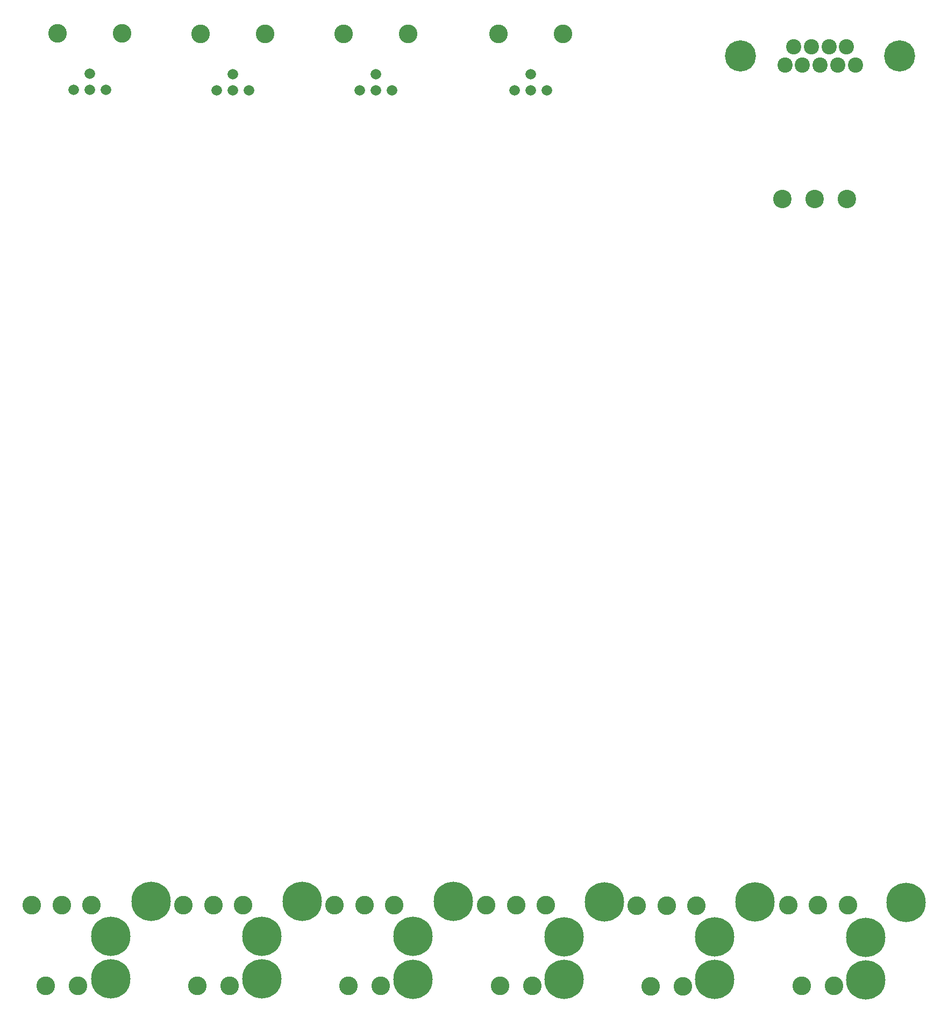
<source format=gbr>
G04 #@! TF.FileFunction,Soldermask,Bot*
%FSLAX46Y46*%
G04 Gerber Fmt 4.6, Leading zero omitted, Abs format (unit mm)*
G04 Created by KiCad (PCBNEW 4.0.6-e0-6349~53~ubuntu16.04.1) date Tue Mar 14 17:04:22 2017*
%MOMM*%
%LPD*%
G01*
G04 APERTURE LIST*
%ADD10C,0.100000*%
%ADD11C,2.940000*%
%ADD12C,1.670000*%
%ADD13C,6.200000*%
%ADD14C,2.910000*%
%ADD15C,4.900000*%
%ADD16C,2.400000*%
G04 APERTURE END LIST*
D10*
D11*
X47244000Y-57785000D03*
X37084000Y-57785000D03*
D12*
X42164000Y-64135000D03*
X42164000Y-66675000D03*
X39624000Y-66675000D03*
X44704000Y-66675000D03*
D13*
X51856800Y-194429000D03*
X45511800Y-199929000D03*
X45511800Y-206629000D03*
D14*
X161384500Y-83828000D03*
X156304500Y-83828000D03*
X151224500Y-83828000D03*
D15*
X169695200Y-61324600D03*
X144655200Y-61324600D03*
D16*
X161330200Y-59904600D03*
X158560200Y-59904600D03*
X155790200Y-59904600D03*
X153020200Y-59904600D03*
X162715200Y-62744600D03*
X159945200Y-62744600D03*
X157175200Y-62744600D03*
X154405200Y-62744600D03*
X151635200Y-62744600D03*
D11*
X69786500Y-57848500D03*
X59626500Y-57848500D03*
D12*
X64706500Y-64198500D03*
X64706500Y-66738500D03*
X62166500Y-66738500D03*
X67246500Y-66738500D03*
D11*
X92265500Y-57848500D03*
X82105500Y-57848500D03*
D12*
X87185500Y-64198500D03*
X87185500Y-66738500D03*
X84645500Y-66738500D03*
X89725500Y-66738500D03*
D11*
X116713000Y-57848500D03*
X106553000Y-57848500D03*
D12*
X111633000Y-64198500D03*
X111633000Y-66738500D03*
X109093000Y-66738500D03*
X114173000Y-66738500D03*
D13*
X75605800Y-194429000D03*
X69260800Y-199929000D03*
X69260800Y-206629000D03*
X99405600Y-194454400D03*
X93060600Y-199954400D03*
X93060600Y-206654400D03*
X123180000Y-194505200D03*
X116835000Y-200005200D03*
X116835000Y-206705200D03*
X146954400Y-194505200D03*
X140609400Y-200005200D03*
X140609400Y-206705200D03*
X170703400Y-194581400D03*
X164358400Y-200081400D03*
X164358400Y-206781400D03*
D11*
X37769800Y-195008500D03*
X33070800Y-195008500D03*
X42468800Y-195008500D03*
X35229800Y-207708500D03*
X40309800Y-207708500D03*
X61645800Y-195008500D03*
X56946800Y-195008500D03*
X66344800Y-195008500D03*
X59105800Y-207708500D03*
X64185800Y-207708500D03*
X85420200Y-195046600D03*
X80721200Y-195046600D03*
X90119200Y-195046600D03*
X82880200Y-207746600D03*
X87960200Y-207746600D03*
X109296200Y-195021200D03*
X104597200Y-195021200D03*
X113995200Y-195021200D03*
X106756200Y-207721200D03*
X111836200Y-207721200D03*
X132994400Y-195122800D03*
X128295400Y-195122800D03*
X137693400Y-195122800D03*
X130454400Y-207822800D03*
X135534400Y-207822800D03*
X156845000Y-195021200D03*
X152146000Y-195021200D03*
X161544000Y-195021200D03*
X154305000Y-207721200D03*
X159385000Y-207721200D03*
M02*

</source>
